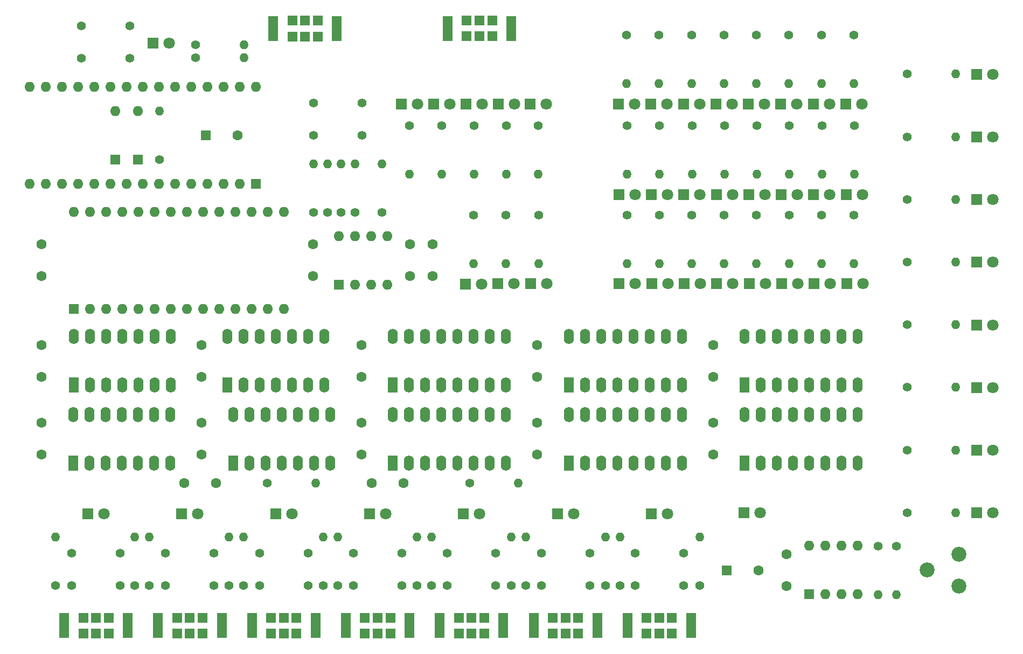
<source format=gbr>
%TF.GenerationSoftware,KiCad,Pcbnew,(5.1.9)-1*%
%TF.CreationDate,2022-12-06T18:42:43+01:00*%
%TF.ProjectId,plc14500,706c6331-3435-4303-902e-6b696361645f,rev?*%
%TF.SameCoordinates,Original*%
%TF.FileFunction,Soldermask,Bot*%
%TF.FilePolarity,Negative*%
%FSLAX46Y46*%
G04 Gerber Fmt 4.6, Leading zero omitted, Abs format (unit mm)*
G04 Created by KiCad (PCBNEW (5.1.9)-1) date 2022-12-06 18:42:43*
%MOMM*%
%LPD*%
G01*
G04 APERTURE LIST*
%ADD10C,2.340000*%
%ADD11R,1.524000X4.000000*%
%ADD12R,1.524000X1.524000*%
%ADD13C,1.800000*%
%ADD14R,1.800000X1.800000*%
%ADD15C,1.600000*%
%ADD16R,1.600000X1.600000*%
%ADD17O,1.400000X1.400000*%
%ADD18C,1.400000*%
%ADD19O,1.600000X2.400000*%
%ADD20R,1.600000X2.400000*%
%ADD21O,1.600000X1.600000*%
%ADD22C,1.397000*%
G04 APERTURE END LIST*
D10*
%TO.C,RV1*%
X221800000Y-133660000D03*
X216800000Y-131160000D03*
X221800000Y-128660000D03*
%TD*%
D11*
%TO.C,S5*%
X91150000Y-139890000D03*
X81150000Y-139890000D03*
D12*
X88150000Y-138640000D03*
X86150000Y-138640000D03*
X84150000Y-138640000D03*
X88150000Y-141140000D03*
X86150000Y-141140000D03*
X84150000Y-141140000D03*
%TD*%
D11*
%TO.C,S6*%
X105905000Y-139890000D03*
X95905000Y-139890000D03*
D12*
X102905000Y-138640000D03*
X100905000Y-138640000D03*
X98905000Y-138640000D03*
X102905000Y-141140000D03*
X100905000Y-141140000D03*
X98905000Y-141140000D03*
%TD*%
D11*
%TO.C,S7*%
X120660000Y-139890000D03*
X110660000Y-139890000D03*
D12*
X117660000Y-138640000D03*
X115660000Y-138640000D03*
X113660000Y-138640000D03*
X117660000Y-141140000D03*
X115660000Y-141140000D03*
X113660000Y-141140000D03*
%TD*%
D11*
%TO.C,S8*%
X135415000Y-139890000D03*
X125415000Y-139890000D03*
D12*
X132415000Y-138640000D03*
X130415000Y-138640000D03*
X128415000Y-138640000D03*
X132415000Y-141140000D03*
X130415000Y-141140000D03*
X128415000Y-141140000D03*
%TD*%
D11*
%TO.C,S12*%
X150170000Y-139890000D03*
X140170000Y-139890000D03*
D12*
X147170000Y-138640000D03*
X145170000Y-138640000D03*
X143170000Y-138640000D03*
X147170000Y-141140000D03*
X145170000Y-141140000D03*
X143170000Y-141140000D03*
%TD*%
D11*
%TO.C,S13*%
X164925000Y-139890000D03*
X154925000Y-139890000D03*
D12*
X161925000Y-138640000D03*
X159925000Y-138640000D03*
X157925000Y-138640000D03*
X161925000Y-141140000D03*
X159925000Y-141140000D03*
X157925000Y-141140000D03*
%TD*%
D11*
%TO.C,S14*%
X179680000Y-139890000D03*
X169680000Y-139890000D03*
D12*
X176680000Y-138640000D03*
X174680000Y-138640000D03*
X172680000Y-138640000D03*
X176680000Y-141140000D03*
X174680000Y-141140000D03*
X172680000Y-141140000D03*
%TD*%
D11*
%TO.C,S16*%
X114010000Y-46130000D03*
X124010000Y-46130000D03*
D12*
X117010000Y-47380000D03*
X119010000Y-47380000D03*
X121010000Y-47380000D03*
X117010000Y-44880000D03*
X119010000Y-44880000D03*
X121010000Y-44880000D03*
%TD*%
D11*
%TO.C,S18*%
X141420000Y-46110000D03*
X151420000Y-46110000D03*
D12*
X144420000Y-47360000D03*
X146420000Y-47360000D03*
X148420000Y-47360000D03*
X144420000Y-44860000D03*
X146420000Y-44860000D03*
X148420000Y-44860000D03*
%TD*%
D13*
%TO.C,D50*%
X206670000Y-86214300D03*
D14*
X204130000Y-86214300D03*
%TD*%
D13*
%TO.C,D49*%
X201560000Y-86214300D03*
D14*
X199020000Y-86214300D03*
%TD*%
D13*
%TO.C,D48*%
X196450000Y-86214300D03*
D14*
X193910000Y-86214300D03*
%TD*%
D13*
%TO.C,D47*%
X191340000Y-86214300D03*
D14*
X188800000Y-86214300D03*
%TD*%
D13*
%TO.C,D46*%
X186230000Y-86214300D03*
D14*
X183690000Y-86214300D03*
%TD*%
D13*
%TO.C,D45*%
X181120000Y-86214300D03*
D14*
X178580000Y-86214300D03*
%TD*%
D13*
%TO.C,D44*%
X176010000Y-86214300D03*
D14*
X173470000Y-86214300D03*
%TD*%
D13*
%TO.C,D43*%
X170900000Y-86214300D03*
D14*
X168360000Y-86214300D03*
%TD*%
D13*
%TO.C,D42*%
X157000000Y-86214300D03*
D14*
X154460000Y-86214300D03*
%TD*%
D13*
%TO.C,D41*%
X151860000Y-86214300D03*
D14*
X149320000Y-86214300D03*
%TD*%
D13*
%TO.C,D39*%
X146780000Y-86234300D03*
D14*
X144240000Y-86234300D03*
%TD*%
D13*
%TO.C,D38*%
X136690000Y-57980000D03*
D14*
X134150000Y-57980000D03*
%TD*%
D13*
%TO.C,D37*%
X206590000Y-72200000D03*
D14*
X204050000Y-72200000D03*
%TD*%
D13*
%TO.C,D36*%
X206520000Y-57980000D03*
D14*
X203980000Y-57980000D03*
%TD*%
D13*
%TO.C,D35*%
X201489000Y-72200000D03*
D14*
X198949000Y-72200000D03*
%TD*%
D13*
%TO.C,D34*%
X201419000Y-57980000D03*
D14*
X198879000Y-57980000D03*
%TD*%
D13*
%TO.C,D33*%
X156950000Y-57980000D03*
D14*
X154410000Y-57980000D03*
%TD*%
D13*
%TO.C,D32*%
X196387000Y-72200000D03*
D14*
X193847000Y-72200000D03*
%TD*%
D13*
%TO.C,D31*%
X196317000Y-57980000D03*
D14*
X193777000Y-57980000D03*
%TD*%
D13*
%TO.C,D30*%
X191286000Y-72200000D03*
D14*
X188746000Y-72200000D03*
%TD*%
D13*
%TO.C,D29*%
X191216000Y-57980000D03*
D14*
X188676000Y-57980000D03*
%TD*%
D13*
%TO.C,D28*%
X151885000Y-57980000D03*
D14*
X149345000Y-57980000D03*
%TD*%
D13*
%TO.C,D27*%
X186184000Y-72200000D03*
D14*
X183644000Y-72200000D03*
%TD*%
D13*
%TO.C,D26*%
X186114000Y-57980000D03*
D14*
X183574000Y-57980000D03*
%TD*%
D13*
%TO.C,D25*%
X181083000Y-72200000D03*
D14*
X178543000Y-72200000D03*
%TD*%
D13*
%TO.C,D24*%
X181013000Y-57980000D03*
D14*
X178473000Y-57980000D03*
%TD*%
D13*
%TO.C,D23*%
X175981000Y-72200000D03*
D14*
X173441000Y-72200000D03*
%TD*%
D13*
%TO.C,D22*%
X175911000Y-57980000D03*
D14*
X173371000Y-57980000D03*
%TD*%
D13*
%TO.C,D21*%
X170880000Y-72200000D03*
D14*
X168340000Y-72200000D03*
%TD*%
D13*
%TO.C,D20*%
X170810000Y-57980000D03*
D14*
X168270000Y-57980000D03*
%TD*%
D13*
%TO.C,D19*%
X146820000Y-57980000D03*
D14*
X144280000Y-57980000D03*
%TD*%
D13*
%TO.C,D18*%
X141755000Y-57980000D03*
D14*
X139215000Y-57980000D03*
%TD*%
D13*
%TO.C,D17*%
X97650000Y-48380000D03*
D14*
X95110000Y-48380000D03*
%TD*%
D13*
%TO.C,D16*%
X227120000Y-53350000D03*
D14*
X224580000Y-53350000D03*
%TD*%
D13*
%TO.C,D15*%
X227120000Y-63178600D03*
D14*
X224580000Y-63178600D03*
%TD*%
D13*
%TO.C,D14*%
X227120000Y-73007100D03*
D14*
X224580000Y-73007100D03*
%TD*%
D13*
%TO.C,D13*%
X227120000Y-82835700D03*
D14*
X224580000Y-82835700D03*
%TD*%
D13*
%TO.C,D12*%
X227120000Y-92664300D03*
D14*
X224580000Y-92664300D03*
%TD*%
D13*
%TO.C,D11*%
X227120000Y-102493000D03*
D14*
X224580000Y-102493000D03*
%TD*%
D13*
%TO.C,D10*%
X227120000Y-112321000D03*
D14*
X224580000Y-112321000D03*
%TD*%
D13*
%TO.C,D9*%
X227120000Y-122150000D03*
D14*
X224580000Y-122150000D03*
%TD*%
D13*
%TO.C,D8*%
X190500000Y-122150000D03*
D14*
X187960000Y-122150000D03*
%TD*%
D13*
%TO.C,D7*%
X175945000Y-122310000D03*
D14*
X173405000Y-122310000D03*
%TD*%
D13*
%TO.C,D6*%
X161190000Y-122310000D03*
D14*
X158650000Y-122310000D03*
%TD*%
D13*
%TO.C,D5*%
X146435000Y-122310000D03*
D14*
X143895000Y-122310000D03*
%TD*%
D13*
%TO.C,D4*%
X131680000Y-122310000D03*
D14*
X129140000Y-122310000D03*
%TD*%
D13*
%TO.C,D3*%
X116925000Y-122310000D03*
D14*
X114385000Y-122310000D03*
%TD*%
D13*
%TO.C,D2*%
X102170000Y-122310000D03*
D14*
X99630000Y-122310000D03*
%TD*%
D13*
%TO.C,D1*%
X87415000Y-122310000D03*
D14*
X84875000Y-122310000D03*
%TD*%
D15*
%TO.C,C3*%
X127871000Y-108030000D03*
X127871000Y-113030000D03*
%TD*%
%TO.C,C4*%
X190310000Y-131185000D03*
D16*
X185310000Y-131185000D03*
%TD*%
D15*
%TO.C,C5*%
X194670000Y-133685000D03*
X194670000Y-128685000D03*
%TD*%
%TO.C,C6*%
X183122000Y-113030000D03*
X183122000Y-108030000D03*
%TD*%
%TO.C,C7*%
X108370000Y-62940000D03*
D16*
X103370000Y-62940000D03*
%TD*%
D15*
%TO.C,C8*%
X155497000Y-100805000D03*
X155497000Y-95805000D03*
%TD*%
%TO.C,C9*%
X77620000Y-80025000D03*
X77620000Y-85025000D03*
%TD*%
%TO.C,C10*%
X120220000Y-85025000D03*
X120220000Y-80025000D03*
%TD*%
%TO.C,C11*%
X139020000Y-80025000D03*
X139020000Y-85025000D03*
%TD*%
%TO.C,C12*%
X135530000Y-80025000D03*
X135530000Y-85025000D03*
%TD*%
%TO.C,C13*%
X134510000Y-117510000D03*
X129510000Y-117510000D03*
%TD*%
%TO.C,C14*%
X183122000Y-95805000D03*
X183122000Y-100805000D03*
%TD*%
%TO.C,C15*%
X104980000Y-117510000D03*
X99980000Y-117510000D03*
%TD*%
%TO.C,C16*%
X127871000Y-100805000D03*
X127871000Y-95805000D03*
%TD*%
%TO.C,C17*%
X155497000Y-113030000D03*
X155497000Y-108030000D03*
%TD*%
D17*
%TO.C,R1*%
X92210000Y-125980000D03*
D18*
X92210000Y-133600000D03*
%TD*%
D17*
%TO.C,R2*%
X107018000Y-125980000D03*
D18*
X107018000Y-133600000D03*
%TD*%
D17*
%TO.C,R3*%
X121827000Y-125980000D03*
D18*
X121827000Y-133600000D03*
%TD*%
D17*
%TO.C,R4*%
X136635000Y-125980000D03*
D18*
X136635000Y-133600000D03*
%TD*%
D17*
%TO.C,R5*%
X79750000Y-125980000D03*
D18*
X79750000Y-133600000D03*
%TD*%
D17*
%TO.C,R6*%
X94541700Y-125980000D03*
D18*
X94541700Y-133600000D03*
%TD*%
D17*
%TO.C,R7*%
X109333000Y-125980000D03*
D18*
X109333000Y-133600000D03*
%TD*%
D17*
%TO.C,R8*%
X124125000Y-125980000D03*
D18*
X124125000Y-133600000D03*
%TD*%
D17*
%TO.C,R9*%
X151443000Y-125980000D03*
D18*
X151443000Y-133600000D03*
%TD*%
D17*
%TO.C,R10*%
X166252000Y-125980000D03*
D18*
X166252000Y-133600000D03*
%TD*%
D17*
%TO.C,R11*%
X181060000Y-125980000D03*
D18*
X181060000Y-133600000D03*
%TD*%
D17*
%TO.C,R12*%
X138917000Y-125980000D03*
D18*
X138917000Y-133600000D03*
%TD*%
D17*
%TO.C,R13*%
X153708000Y-125980000D03*
D18*
X153708000Y-133600000D03*
%TD*%
D17*
%TO.C,R14*%
X168500000Y-125980000D03*
D18*
X168500000Y-133600000D03*
%TD*%
D17*
%TO.C,R15*%
X211970000Y-134995000D03*
D18*
X211970000Y-127375000D03*
%TD*%
D17*
%TO.C,R16*%
X209060000Y-134995000D03*
D18*
X209060000Y-127375000D03*
%TD*%
D17*
%TO.C,R17*%
X221290000Y-122150000D03*
D18*
X213670000Y-122150000D03*
%TD*%
D17*
%TO.C,R18*%
X221290000Y-112311000D03*
D18*
X213670000Y-112311000D03*
%TD*%
D17*
%TO.C,R19*%
X221290000Y-102473000D03*
D18*
X213670000Y-102473000D03*
%TD*%
D17*
%TO.C,R20*%
X221290000Y-92634300D03*
D18*
X213670000Y-92634300D03*
%TD*%
D17*
%TO.C,R21*%
X221290000Y-82795700D03*
D18*
X213670000Y-82795700D03*
%TD*%
D17*
%TO.C,R23*%
X221290000Y-72957100D03*
D18*
X213670000Y-72957100D03*
%TD*%
D17*
%TO.C,R24*%
X221290000Y-63118600D03*
D18*
X213670000Y-63118600D03*
%TD*%
D17*
%TO.C,R25*%
X221280000Y-53280000D03*
D18*
X213660000Y-53280000D03*
%TD*%
D17*
%TO.C,R26*%
X109400000Y-48700000D03*
D18*
X101780000Y-48700000D03*
%TD*%
D17*
%TO.C,R27*%
X109420000Y-50710000D03*
D18*
X101800000Y-50710000D03*
%TD*%
D17*
%TO.C,R28*%
X140490000Y-68960000D03*
D18*
X140490000Y-61340000D03*
%TD*%
D17*
%TO.C,R29*%
X145555000Y-68960000D03*
D18*
X145555000Y-61340000D03*
%TD*%
D17*
%TO.C,R30*%
X120355000Y-67420000D03*
D18*
X120355000Y-75040000D03*
%TD*%
D17*
%TO.C,R31*%
X122510000Y-67420000D03*
D18*
X122510000Y-75040000D03*
%TD*%
D17*
%TO.C,R32*%
X169545000Y-54790000D03*
D18*
X169545000Y-47170000D03*
%TD*%
D17*
%TO.C,R33*%
X169615000Y-68960000D03*
D18*
X169615000Y-61340000D03*
%TD*%
D17*
%TO.C,R34*%
X174646000Y-54790000D03*
D18*
X174646000Y-47170000D03*
%TD*%
D17*
%TO.C,R35*%
X174716000Y-68960000D03*
D18*
X174716000Y-61340000D03*
%TD*%
D17*
%TO.C,R36*%
X179748000Y-54790000D03*
D18*
X179748000Y-47170000D03*
%TD*%
D17*
%TO.C,R37*%
X179818000Y-68960000D03*
D18*
X179818000Y-61340000D03*
%TD*%
D17*
%TO.C,R38*%
X184849000Y-54790000D03*
D18*
X184849000Y-47170000D03*
%TD*%
D17*
%TO.C,R39*%
X184919000Y-68960000D03*
D18*
X184919000Y-61340000D03*
%TD*%
D17*
%TO.C,R40*%
X150620000Y-68960000D03*
D18*
X150620000Y-61340000D03*
%TD*%
D17*
%TO.C,R41*%
X189951000Y-54790000D03*
D18*
X189951000Y-47170000D03*
%TD*%
D17*
%TO.C,R42*%
X190021000Y-68960000D03*
D18*
X190021000Y-61340000D03*
%TD*%
D17*
%TO.C,R43*%
X195052000Y-54790000D03*
D18*
X195052000Y-47170000D03*
%TD*%
D17*
%TO.C,R44*%
X195122000Y-68960000D03*
D18*
X195122000Y-61340000D03*
%TD*%
D17*
%TO.C,R45*%
X155685000Y-68960000D03*
D18*
X155685000Y-61340000D03*
%TD*%
D17*
%TO.C,R46*%
X200154000Y-54790000D03*
D18*
X200154000Y-47170000D03*
%TD*%
D17*
%TO.C,R47*%
X200224000Y-68960000D03*
D18*
X200224000Y-61340000D03*
%TD*%
D17*
%TO.C,R48*%
X205255000Y-54790000D03*
D18*
X205255000Y-47170000D03*
%TD*%
D17*
%TO.C,R49*%
X205325000Y-68960000D03*
D18*
X205325000Y-61340000D03*
%TD*%
D17*
%TO.C,R50*%
X124665000Y-67420000D03*
D18*
X124665000Y-75040000D03*
%TD*%
D17*
%TO.C,R51*%
X126820000Y-67420000D03*
D18*
X126820000Y-75040000D03*
%TD*%
D17*
%TO.C,R52*%
X135425000Y-68960000D03*
D18*
X135425000Y-61340000D03*
%TD*%
D17*
%TO.C,R53*%
X131130000Y-67420000D03*
D18*
X131130000Y-75040000D03*
%TD*%
D17*
%TO.C,R55*%
X145515000Y-83070000D03*
D18*
X145515000Y-75450000D03*
%TD*%
D17*
%TO.C,R57*%
X150595000Y-83050000D03*
D18*
X150595000Y-75430000D03*
%TD*%
D17*
%TO.C,R58*%
X155735000Y-83050000D03*
D18*
X155735000Y-75430000D03*
%TD*%
D17*
%TO.C,R59*%
X120670000Y-117510000D03*
D18*
X113050000Y-117510000D03*
%TD*%
D17*
%TO.C,R60*%
X169575000Y-83050000D03*
D18*
X169575000Y-75430000D03*
%TD*%
D17*
%TO.C,R61*%
X174674000Y-83050000D03*
D18*
X174674000Y-75430000D03*
%TD*%
D17*
%TO.C,R62*%
X179772000Y-83050000D03*
D18*
X179772000Y-75430000D03*
%TD*%
D17*
%TO.C,R63*%
X184871000Y-83050000D03*
D18*
X184871000Y-75430000D03*
%TD*%
D17*
%TO.C,R64*%
X189969000Y-83050000D03*
D18*
X189969000Y-75430000D03*
%TD*%
D17*
%TO.C,R65*%
X195068000Y-83050000D03*
D18*
X195068000Y-75430000D03*
%TD*%
D17*
%TO.C,R66*%
X200166000Y-83050000D03*
D18*
X200166000Y-75430000D03*
%TD*%
D17*
%TO.C,R67*%
X205265000Y-83050000D03*
D18*
X205265000Y-75430000D03*
%TD*%
D19*
%TO.C,U2*%
X132809000Y-106735000D03*
X150589000Y-114355000D03*
X135349000Y-106735000D03*
X148049000Y-114355000D03*
X137889000Y-106735000D03*
X145509000Y-114355000D03*
X140429000Y-106735000D03*
X142969000Y-114355000D03*
X142969000Y-106735000D03*
X140429000Y-114355000D03*
X145509000Y-106735000D03*
X137889000Y-114355000D03*
X148049000Y-106735000D03*
X135349000Y-114355000D03*
X150589000Y-106735000D03*
D20*
X132809000Y-114355000D03*
%TD*%
D21*
%TO.C,U4*%
X198210000Y-127365000D03*
X205830000Y-134985000D03*
X200750000Y-127365000D03*
X203290000Y-134985000D03*
X203290000Y-127365000D03*
X200750000Y-134985000D03*
X205830000Y-127365000D03*
D16*
X198210000Y-134985000D03*
%TD*%
D19*
%TO.C,U5*%
X188060000Y-106735000D03*
X205840000Y-114355000D03*
X190600000Y-106735000D03*
X203300000Y-114355000D03*
X193140000Y-106735000D03*
X200760000Y-114355000D03*
X195680000Y-106735000D03*
X198220000Y-114355000D03*
X198220000Y-106735000D03*
X195680000Y-114355000D03*
X200760000Y-106735000D03*
X193140000Y-114355000D03*
X203300000Y-106735000D03*
X190600000Y-114355000D03*
X205840000Y-106735000D03*
D20*
X188060000Y-114355000D03*
%TD*%
D21*
%TO.C,U6*%
X75690000Y-55310000D03*
X75690000Y-70550000D03*
X111250000Y-55310000D03*
X78230000Y-70550000D03*
X108710000Y-55310000D03*
X80770000Y-70550000D03*
X106170000Y-55310000D03*
X83310000Y-70550000D03*
X103630000Y-55310000D03*
X85850000Y-70550000D03*
X101090000Y-55310000D03*
X88390000Y-70550000D03*
X98550000Y-55310000D03*
X90930000Y-70550000D03*
X96010000Y-55310000D03*
X93470000Y-70550000D03*
X93470000Y-55310000D03*
X96010000Y-70550000D03*
X90930000Y-55310000D03*
X98550000Y-70550000D03*
X88390000Y-55310000D03*
X101090000Y-70550000D03*
X85850000Y-55310000D03*
X103630000Y-70550000D03*
X83310000Y-55310000D03*
X106170000Y-70550000D03*
X80770000Y-55310000D03*
X108710000Y-70550000D03*
X78230000Y-55310000D03*
D16*
X111250000Y-70550000D03*
%TD*%
D19*
%TO.C,U7*%
X160434000Y-94510000D03*
X178214000Y-102130000D03*
X162974000Y-94510000D03*
X175674000Y-102130000D03*
X165514000Y-94510000D03*
X173134000Y-102130000D03*
X168054000Y-94510000D03*
X170594000Y-102130000D03*
X170594000Y-94510000D03*
X168054000Y-102130000D03*
X173134000Y-94510000D03*
X165514000Y-102130000D03*
X175674000Y-94510000D03*
X162974000Y-102130000D03*
X178214000Y-94510000D03*
D20*
X160434000Y-102130000D03*
%TD*%
D21*
%TO.C,U8*%
X82690000Y-74910000D03*
X115710000Y-90150000D03*
X85230000Y-74910000D03*
X113170000Y-90150000D03*
X87770000Y-74910000D03*
X110630000Y-90150000D03*
X90310000Y-74910000D03*
X108090000Y-90150000D03*
X92850000Y-74910000D03*
X105550000Y-90150000D03*
X95390000Y-74910000D03*
X103010000Y-90150000D03*
X97930000Y-74910000D03*
X100470000Y-90150000D03*
X100470000Y-74910000D03*
X97930000Y-90150000D03*
X103010000Y-74910000D03*
X95390000Y-90150000D03*
X105550000Y-74910000D03*
X92850000Y-90150000D03*
X108090000Y-74910000D03*
X90310000Y-90150000D03*
X110630000Y-74910000D03*
X87770000Y-90150000D03*
X113170000Y-74910000D03*
X85230000Y-90150000D03*
X115710000Y-74910000D03*
D16*
X82690000Y-90150000D03*
%TD*%
D21*
%TO.C,U9*%
X124350000Y-78705000D03*
X131970000Y-86325000D03*
X126890000Y-78705000D03*
X129430000Y-86325000D03*
X129430000Y-78705000D03*
X126890000Y-86325000D03*
X131970000Y-78705000D03*
D16*
X124350000Y-86325000D03*
%TD*%
D19*
%TO.C,U10*%
X188060000Y-94510000D03*
X205840000Y-102130000D03*
X190600000Y-94510000D03*
X203300000Y-102130000D03*
X193140000Y-94510000D03*
X200760000Y-102130000D03*
X195680000Y-94510000D03*
X198220000Y-102130000D03*
X198220000Y-94510000D03*
X195680000Y-102130000D03*
X200760000Y-94510000D03*
X193140000Y-102130000D03*
X203300000Y-94510000D03*
X190600000Y-102130000D03*
X205840000Y-94510000D03*
D20*
X188060000Y-102130000D03*
%TD*%
D19*
%TO.C,U13*%
X132809000Y-94510000D03*
X150589000Y-102130000D03*
X135349000Y-94510000D03*
X148049000Y-102130000D03*
X137889000Y-94510000D03*
X145509000Y-102130000D03*
X140429000Y-94510000D03*
X142969000Y-102130000D03*
X142969000Y-94510000D03*
X140429000Y-102130000D03*
X145509000Y-94510000D03*
X137889000Y-102130000D03*
X148049000Y-94510000D03*
X135349000Y-102130000D03*
X150589000Y-94510000D03*
D20*
X132809000Y-102130000D03*
%TD*%
D19*
%TO.C,U14*%
X160434000Y-106735000D03*
X178214000Y-114355000D03*
X162974000Y-106735000D03*
X175674000Y-114355000D03*
X165514000Y-106735000D03*
X173134000Y-114355000D03*
X168054000Y-106735000D03*
X170594000Y-114355000D03*
X170594000Y-106735000D03*
X168054000Y-114355000D03*
X173134000Y-106735000D03*
X165514000Y-114355000D03*
X175674000Y-106735000D03*
X162974000Y-114355000D03*
X178214000Y-106735000D03*
D20*
X160434000Y-114355000D03*
%TD*%
D15*
%TO.C,C1*%
X77620000Y-108030000D03*
X77620000Y-113030000D03*
%TD*%
%TO.C,C2*%
X102746000Y-108030000D03*
X102746000Y-113030000D03*
%TD*%
D19*
%TO.C,U1*%
X82557800Y-106735000D03*
X97797800Y-114355000D03*
X85097800Y-106735000D03*
X95257800Y-114355000D03*
X87637800Y-106735000D03*
X92717800Y-114355000D03*
X90177800Y-106735000D03*
X90177800Y-114355000D03*
X92717800Y-106735000D03*
X87637800Y-114355000D03*
X95257800Y-106735000D03*
X85097800Y-114355000D03*
X97797800Y-106735000D03*
D20*
X82557800Y-114355000D03*
%TD*%
D19*
%TO.C,U3*%
X107683000Y-106735000D03*
X122923000Y-114355000D03*
X110223000Y-106735000D03*
X120383000Y-114355000D03*
X112763000Y-106735000D03*
X117843000Y-114355000D03*
X115303000Y-106735000D03*
X115303000Y-114355000D03*
X117843000Y-106735000D03*
X112763000Y-114355000D03*
X120383000Y-106735000D03*
X110223000Y-114355000D03*
X122923000Y-106735000D03*
D20*
X107683000Y-114355000D03*
%TD*%
D15*
%TO.C,C18*%
X77620000Y-95805000D03*
X77620000Y-100805000D03*
%TD*%
%TO.C,C19*%
X102746000Y-95805000D03*
X102746000Y-100805000D03*
%TD*%
D19*
%TO.C,U11*%
X82690000Y-94510000D03*
X97930000Y-102130000D03*
X85230000Y-94510000D03*
X95390000Y-102130000D03*
X87770000Y-94510000D03*
X92850000Y-102130000D03*
X90310000Y-94510000D03*
X90310000Y-102130000D03*
X92850000Y-94510000D03*
X87770000Y-102130000D03*
X95390000Y-94510000D03*
X85230000Y-102130000D03*
X97930000Y-94510000D03*
D20*
X82690000Y-102130000D03*
%TD*%
D19*
%TO.C,U12*%
X106780000Y-94510000D03*
X122020000Y-102130000D03*
X109320000Y-94510000D03*
X119480000Y-102130000D03*
X111860000Y-94510000D03*
X116940000Y-102130000D03*
X114400000Y-94510000D03*
X114400000Y-102130000D03*
X116940000Y-94510000D03*
X111860000Y-102130000D03*
X119480000Y-94510000D03*
X109320000Y-102130000D03*
X122020000Y-94510000D03*
D20*
X106780000Y-102130000D03*
%TD*%
D21*
%TO.C,D40*%
X89185000Y-59130000D03*
D16*
X89185000Y-66750000D03*
%TD*%
D21*
%TO.C,D51*%
X92735000Y-59130000D03*
D16*
X92735000Y-66750000D03*
%TD*%
D17*
%TO.C,R54*%
X96085000Y-59130000D03*
D18*
X96085000Y-66750000D03*
%TD*%
D22*
%TO.C,S1*%
X82340000Y-133620000D03*
X82340000Y-128540000D03*
X89960000Y-133620000D03*
X89960000Y-128540000D03*
%TD*%
%TO.C,S2*%
X104715000Y-128540000D03*
X104715000Y-133620000D03*
X97095000Y-128540000D03*
X97095000Y-133620000D03*
%TD*%
%TO.C,S3*%
X119470000Y-128540000D03*
X119470000Y-133620000D03*
X111850000Y-128540000D03*
X111850000Y-133620000D03*
%TD*%
%TO.C,S4*%
X126605000Y-133620000D03*
X126605000Y-128540000D03*
X134225000Y-133620000D03*
X134225000Y-128540000D03*
%TD*%
%TO.C,S9*%
X141360000Y-133620000D03*
X141360000Y-128540000D03*
X148980000Y-133620000D03*
X148980000Y-128540000D03*
%TD*%
%TO.C,S10*%
X156115000Y-133620000D03*
X156115000Y-128540000D03*
X163735000Y-133620000D03*
X163735000Y-128540000D03*
%TD*%
%TO.C,S11*%
X170870000Y-133620000D03*
X170870000Y-128540000D03*
X178490000Y-133620000D03*
X178490000Y-128540000D03*
%TD*%
%TO.C,S15*%
X91460000Y-45690000D03*
X91460000Y-50770000D03*
X83840000Y-45690000D03*
X83840000Y-50770000D03*
%TD*%
%TO.C,S17*%
X127970000Y-57840000D03*
X127970000Y-62920000D03*
X120350000Y-57840000D03*
X120350000Y-62920000D03*
%TD*%
D18*
%TO.C,R22*%
X144930000Y-117490000D03*
D17*
X152550000Y-117490000D03*
%TD*%
M02*

</source>
